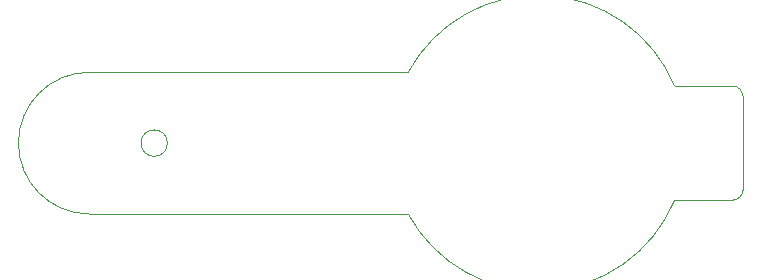
<source format=gm1>
%TF.GenerationSoftware,KiCad,Pcbnew,9.0.1*%
%TF.CreationDate,2025-04-23T23:57:43-05:00*%
%TF.ProjectId,newfolder,6e657766-6f6c-4646-9572-2e6b69636164,1*%
%TF.SameCoordinates,Original*%
%TF.FileFunction,Profile,NP*%
%FSLAX46Y46*%
G04 Gerber Fmt 4.6, Leading zero omitted, Abs format (unit mm)*
G04 Created by KiCad (PCBNEW 9.0.1) date 2025-04-23 23:57:43*
%MOMM*%
%LPD*%
G01*
G04 APERTURE LIST*
%TA.AperFunction,Profile*%
%ADD10C,0.050000*%
%TD*%
G04 APERTURE END LIST*
D10*
X111500000Y-154180783D02*
G75*
G02*
X112319217Y-155000000I0J-819217D01*
G01*
X112319217Y-156000000D02*
X112319217Y-155000000D01*
X112319217Y-163000000D02*
X112319217Y-156000000D01*
X112319217Y-163000000D02*
G75*
G02*
X111500000Y-163819217I-819217J0D01*
G01*
X111000000Y-154180783D02*
X111500000Y-154180783D01*
X106566121Y-163819217D02*
X111500000Y-163819217D01*
X106566121Y-154180783D02*
X111000000Y-154180783D01*
X106566121Y-163819217D02*
G75*
G02*
X84000000Y-165000000I-11566121J4819217D01*
G01*
X84000000Y-153000000D02*
G75*
G02*
X106566121Y-154180783I11000000J-6000000D01*
G01*
X57000000Y-165000000D02*
X84000000Y-165000000D01*
X57000000Y-153000000D02*
X84000000Y-153000000D01*
X57000000Y-165000000D02*
G75*
G02*
X57000000Y-153000000I0J6000000D01*
G01*
X63618034Y-159000000D02*
G75*
G02*
X61381966Y-159000000I-1118034J0D01*
G01*
X61381966Y-159000000D02*
G75*
G02*
X63618034Y-159000000I1118034J0D01*
G01*
M02*

</source>
